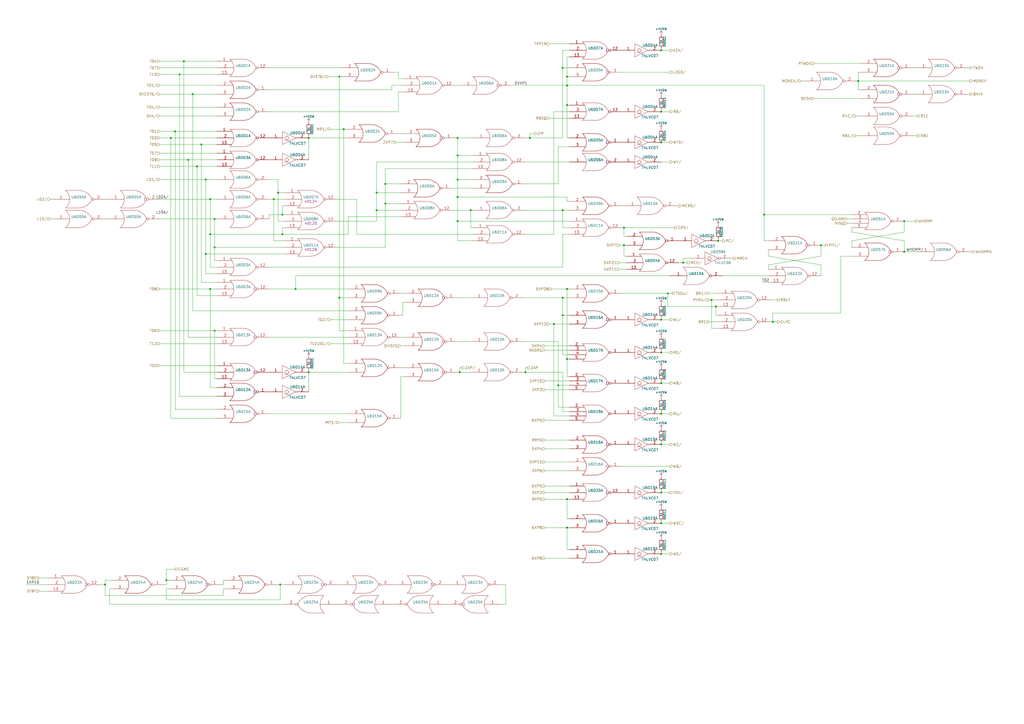
<source format=kicad_sch>
(kicad_sch (version 20211123) (generator eeschema)
  (paper "A2")
  (junction (at 96.52 336.55))
  (junction (at 109.22 92.71))
  (junction (at 524.51 146.05))
  (junction (at 223.52 106.68))
  (junction (at 383.54 82.55))
  (junction (at 448.31 186.69))
  (junction (at 265.43 128.27))
  (junction (at 307.34 80.01))
  (junction (at 383.54 321.31))
  (junction (at 304.8 215.9))
  (junction (at 497.84 46.99))
  (junction (at 266.7 215.9))
  (junction (at 124.46 191.77))
  (junction (at 396.24 152.4))
  (junction (at 114.3 96.52))
  (junction (at 443.23 124.46))
  (junction (at 163.83 135.89))
  (junction (at 328.93 44.45))
  (junction (at 273.05 121.92))
  (junction (at 383.54 285.75))
  (junction (at 383.54 240.03))
  (junction (at 60.96 339.09))
  (junction (at 383.54 303.53))
  (junction (at 326.39 39.37))
  (junction (at 328.93 167.64))
  (junction (at 119.38 104.14))
  (junction (at 179.07 80.01))
  (junction (at 323.85 223.52))
  (junction (at 218.44 121.92))
  (junction (at 121.92 135.89))
  (junction (at 179.07 215.9))
  (junction (at 328.93 208.28))
  (junction (at 163.83 124.46))
  (junction (at 383.54 204.47))
  (junction (at 218.44 111.76))
  (junction (at 265.43 104.14))
  (junction (at 387.35 170.18))
  (junction (at 265.43 114.3))
  (junction (at 361.95 132.08))
  (junction (at 116.84 83.82))
  (junction (at 119.38 147.32))
  (junction (at 161.29 111.76))
  (junction (at 416.56 139.7))
  (junction (at 101.6 76.2))
  (junction (at 383.54 64.77))
  (junction (at 328.93 289.56))
  (junction (at 412.75 173.99))
  (junction (at 99.06 80.01))
  (junction (at 383.54 29.21))
  (junction (at 124.46 143.51))
  (junction (at 415.29 177.8))
  (junction (at 326.39 182.88))
  (junction (at 199.39 74.93))
  (junction (at 223.52 118.11))
  (junction (at 196.85 44.45))
  (junction (at 321.31 187.96))
  (junction (at 328.93 60.96))
  (junction (at 524.51 128.27))
  (junction (at 121.92 167.64))
  (junction (at 265.43 90.17))
  (junction (at 124.46 127))
  (junction (at 158.75 115.57))
  (junction (at 383.54 257.81))
  (junction (at 328.93 49.53))
  (junction (at 476.25 142.24))
  (junction (at 104.14 43.18))
  (junction (at 328.93 306.07))
  (junction (at 121.92 115.57))
  (junction (at 383.54 185.42))
  (junction (at 196.85 172.72))
  (junction (at 106.68 35.56))
  (junction (at 383.54 222.25))
  (junction (at 111.76 54.61))
  (junction (at 326.39 121.92))
  (junction (at 171.45 167.64))
  (junction (at 162.56 339.09))
  (junction (at 326.39 172.72))
  (junction (at 265.43 80.01))
  (junction (at 361.95 142.24))
  (wire (pts (xy 171.45 160.02) (xy 388.62 160.02)))
  (wire (pts (xy 326.39 135.89) (xy 330.2 135.89)))
  (wire (pts (xy 396.24 152.4) (xy 398.78 152.4)))
  (wire (pts (xy 388.62 41.91) (xy 360.68 41.91)))
  (wire (pts (xy 29.21 115.57) (xy 30.48 115.57)))
  (wire (pts (xy 415.29 177.8) (xy 416.56 177.8)))
  (wire (pts (xy 121.92 154.94) (xy 125.73 154.94)))
  (wire (pts (xy 360.68 132.08) (xy 361.95 132.08)))
  (wire (pts (xy 129.54 345.44) (xy 129.54 341.63)))
  (wire (pts (xy 171.45 167.64) (xy 201.93 167.64)))
  (wire (pts (xy 99.06 242.57) (xy 125.73 242.57)))
  (wire (pts (xy 359.41 152.4) (xy 363.22 152.4)))
  (wire (pts (xy 360.68 170.18) (xy 387.35 170.18)))
  (wire (pts (xy 223.52 106.68) (xy 223.52 118.11)))
  (wire (pts (xy 218.44 93.98) (xy 274.32 93.98)))
  (wire (pts (xy 179.07 215.9) (xy 179.07 227.33)))
  (wire (pts (xy 326.39 238.76) (xy 330.2 238.76)))
  (wire (pts (xy 383.54 203.2) (xy 383.54 204.47)))
  (wire (pts (xy 179.07 80.01) (xy 179.07 92.71)))
  (wire (pts (xy 326.39 132.08) (xy 330.2 132.08)))
  (wire (pts (xy 265.43 128.27) (xy 330.2 128.27)))
  (wire (pts (xy 499.11 67.31) (xy 496.57 67.31)))
  (wire (pts (xy 383.54 321.31) (xy 388.62 321.31)))
  (wire (pts (xy 360.68 270.51) (xy 388.62 270.51)))
  (wire (pts (xy 179.07 78.74) (xy 179.07 80.01)))
  (wire (pts (xy 387.35 177.8) (xy 415.29 177.8)))
  (wire (pts (xy 234.95 200.66) (xy 232.41 200.66)))
  (wire (pts (xy 383.54 303.53) (xy 388.62 303.53)))
  (wire (pts (xy 323.85 236.22) (xy 330.2 236.22)))
  (wire (pts (xy 63.5 350.52) (xy 63.5 341.63)))
  (wire (pts (xy 227.33 49.53) (xy 233.68 49.53)))
  (wire (pts (xy 201.93 245.11) (xy 196.85 245.11)))
  (wire (pts (xy 293.37 339.09) (xy 293.37 350.52)))
  (wire (pts (xy 111.76 54.61) (xy 125.73 54.61)))
  (wire (pts (xy 163.83 124.46) (xy 165.1 124.46)))
  (wire (pts (xy 121.92 224.79) (xy 125.73 224.79)))
  (wire (pts (xy 119.38 158.75) (xy 125.73 158.75)))
  (wire (pts (xy 124.46 191.77) (xy 125.73 191.77)))
  (wire (pts (xy 125.73 212.09) (xy 92.71 212.09)))
  (wire (pts (xy 361.95 148.59) (xy 363.22 148.59)))
  (wire (pts (xy 487.68 148.59) (xy 494.03 148.59)))
  (wire (pts (xy 129.54 341.63) (xy 130.81 341.63)))
  (wire (pts (xy 227.33 52.07) (xy 227.33 49.53)))
  (wire (pts (xy 60.96 339.09) (xy 60.96 345.44)))
  (wire (pts (xy 125.73 39.37) (xy 92.71 39.37)))
  (wire (pts (xy 383.54 185.42) (xy 388.62 185.42)))
  (wire (pts (xy 218.44 93.98) (xy 218.44 111.76)))
  (wire (pts (xy 227.33 350.52) (xy 228.6 350.52)))
  (wire (pts (xy 383.54 222.25) (xy 388.62 222.25)))
  (wire (pts (xy 114.3 171.45) (xy 125.73 171.45)))
  (wire (pts (xy 524.51 134.62) (xy 494.03 139.7)))
  (wire (pts (xy 326.39 39.37) (xy 330.2 39.37)))
  (wire (pts (xy 321.31 187.96) (xy 321.31 241.3)))
  (wire (pts (xy 304.8 93.98) (xy 330.2 93.98)))
  (wire (pts (xy 92.71 96.52) (xy 114.3 96.52)))
  (wire (pts (xy 92.71 115.57) (xy 121.92 115.57)))
  (wire (pts (xy 265.43 114.3) (xy 328.93 114.3)))
  (wire (pts (xy 316.23 306.07) (xy 328.93 306.07)))
  (wire (pts (xy 60.96 336.55) (xy 64.77 336.55)))
  (wire (pts (xy 361.95 119.38) (xy 360.68 119.38)))
  (wire (pts (xy 393.7 152.4) (xy 396.24 152.4)))
  (wire (pts (xy 199.39 74.93) (xy 199.39 210.82)))
  (wire (pts (xy 201.93 240.03) (xy 156.21 240.03)))
  (wire (pts (xy 163.83 119.38) (xy 165.1 119.38)))
  (wire (pts (xy 124.46 219.71) (xy 125.73 219.71)))
  (wire (pts (xy 273.05 121.92) (xy 273.05 132.08)))
  (wire (pts (xy 383.54 238.76) (xy 383.54 240.03)))
  (wire (pts (xy 265.43 128.27) (xy 265.43 139.7)))
  (wire (pts (xy 443.23 139.7) (xy 445.77 139.7)))
  (wire (pts (xy 106.68 35.56) (xy 106.68 215.9)))
  (wire (pts (xy 361.95 142.24) (xy 361.95 148.59)))
  (wire (pts (xy 497.84 41.91) (xy 499.11 41.91)))
  (wire (pts (xy 114.3 96.52) (xy 125.73 96.52)))
  (wire (pts (xy 383.54 63.5) (xy 383.54 64.77)))
  (wire (pts (xy 445.77 148.59) (xy 445.77 144.78)))
  (wire (pts (xy 234.95 213.36) (xy 232.41 213.36)))
  (wire (pts (xy 156.21 154.94) (xy 326.39 154.94)))
  (wire (pts (xy 411.48 173.99) (xy 412.75 173.99)))
  (wire (pts (xy 99.06 80.01) (xy 125.73 80.01)))
  (wire (pts (xy 264.16 80.01) (xy 265.43 80.01)))
  (wire (pts (xy 562.61 146.05) (xy 563.88 146.05)))
  (wire (pts (xy 163.83 135.89) (xy 201.93 135.89)))
  (wire (pts (xy 266.7 215.9) (xy 266.7 213.36)))
  (wire (pts (xy 163.83 132.08) (xy 163.83 135.89)))
  (wire (pts (xy 304.8 215.9) (xy 304.8 213.36)))
  (wire (pts (xy 383.54 184.15) (xy 383.54 185.42)))
  (wire (pts (xy 92.71 167.64) (xy 121.92 167.64)))
  (wire (pts (xy 125.73 199.39) (xy 92.71 199.39)))
  (wire (pts (xy 116.84 163.83) (xy 125.73 163.83)))
  (wire (pts (xy 265.43 114.3) (xy 265.43 128.27)))
  (wire (pts (xy 561.34 54.61) (xy 562.61 54.61)))
  (wire (pts (xy 165.1 350.52) (xy 63.5 350.52)))
  (wire (pts (xy 232.41 170.18) (xy 234.95 170.18)))
  (wire (pts (xy 328.93 208.28) (xy 330.2 208.28)))
  (wire (pts (xy 218.44 111.76) (xy 218.44 121.92)))
  (wire (pts (xy 124.46 127) (xy 125.73 127)))
  (wire (pts (xy 293.37 350.52) (xy 290.83 350.52)))
  (wire (pts (xy 321.31 241.3) (xy 330.2 241.3)))
  (wire (pts (xy 497.84 41.91) (xy 497.84 46.99)))
  (wire (pts (xy 476.25 142.24) (xy 476.25 148.59)))
  (wire (pts (xy 101.6 237.49) (xy 125.73 237.49)))
  (wire (pts (xy 92.71 88.9) (xy 125.73 88.9)))
  (wire (pts (xy 529.59 54.61) (xy 530.86 54.61)))
  (wire (pts (xy 92.71 80.01) (xy 99.06 80.01)))
  (wire (pts (xy 524.51 146.05) (xy 524.51 139.7)))
  (wire (pts (xy 328.93 114.3) (xy 328.93 116.84)))
  (wire (pts (xy 328.93 60.96) (xy 328.93 80.01)))
  (wire (pts (xy 116.84 83.82) (xy 125.73 83.82)))
  (wire (pts (xy 109.22 92.71) (xy 125.73 92.71)))
  (wire (pts (xy 265.43 80.01) (xy 265.43 90.17)))
  (wire (pts (xy 223.52 143.51) (xy 195.58 143.51)))
  (wire (pts (xy 419.1 160.02) (xy 445.77 160.02)))
  (wire (pts (xy 266.7 215.9) (xy 273.05 215.9)))
  (wire (pts (xy 156.21 124.46) (xy 163.83 124.46)))
  (wire (pts (xy 274.32 90.17) (xy 265.43 90.17)))
  (wire (pts (xy 328.93 116.84) (xy 330.2 116.84)))
  (wire (pts (xy 161.29 111.76) (xy 161.29 128.27)))
  (wire (pts (xy 330.2 220.98) (xy 316.23 220.98)))
  (wire (pts (xy 326.39 182.88) (xy 326.39 205.74)))
  (wire (pts (xy 223.52 118.11) (xy 223.52 143.51)))
  (wire (pts (xy 304.8 215.9) (xy 326.39 215.9)))
  (wire (pts (xy 232.41 242.57) (xy 232.41 218.44)))
  (wire (pts (xy 232.41 195.58) (xy 234.95 195.58)))
  (wire (pts (xy 104.14 43.18) (xy 104.14 229.87)))
  (wire (pts (xy 383.54 257.81) (xy 388.62 257.81)))
  (wire (pts (xy 290.83 339.09) (xy 293.37 339.09)))
  (wire (pts (xy 195.58 350.52) (xy 196.85 350.52)))
  (wire (pts (xy 494.03 139.7) (xy 494.03 143.51)))
  (wire (pts (xy 448.31 186.69) (xy 448.31 181.61)))
  (wire (pts (xy 561.34 39.37) (xy 562.61 39.37)))
  (wire (pts (xy 111.76 180.34) (xy 201.93 180.34)))
  (wire (pts (xy 92.71 49.53) (xy 125.73 49.53)))
  (wire (pts (xy 165.1 143.51) (xy 124.46 143.51)))
  (wire (pts (xy 361.95 137.16) (xy 361.95 132.08)))
  (wire (pts (xy 162.56 339.09) (xy 165.1 339.09)))
  (wire (pts (xy 321.31 135.89) (xy 321.31 64.77)))
  (wire (pts (xy 114.3 96.52) (xy 114.3 171.45)))
  (wire (pts (xy 27.94 335.28) (xy 22.86 335.28)))
  (wire (pts (xy 304.8 135.89) (xy 321.31 135.89)))
  (wire (pts (xy 92.71 62.23) (xy 125.73 62.23)))
  (wire (pts (xy 179.07 214.63) (xy 179.07 215.9)))
  (wire (pts (xy 326.39 172.72) (xy 330.2 172.72)))
  (wire (pts (xy 156.21 167.64) (xy 171.45 167.64)))
  (wire (pts (xy 524.51 128.27) (xy 524.51 134.62)))
  (wire (pts (xy 443.23 124.46) (xy 443.23 139.7)))
  (wire (pts (xy 92.71 35.56) (xy 106.68 35.56)))
  (wire (pts (xy 323.85 223.52) (xy 330.2 223.52)))
  (wire (pts (xy 487.68 181.61) (xy 487.68 148.59)))
  (wire (pts (xy 265.43 80.01) (xy 274.32 80.01)))
  (wire (pts (xy 412.75 173.99) (xy 412.75 190.5)))
  (wire (pts (xy 326.39 172.72) (xy 326.39 182.88)))
  (wire (pts (xy 326.39 29.21) (xy 326.39 39.37)))
  (wire (pts (xy 128.27 339.09) (xy 129.54 339.09)))
  (wire (pts (xy 330.2 318.77) (xy 328.93 318.77)))
  (wire (pts (xy 448.31 181.61) (xy 487.68 181.61)))
  (wire (pts (xy 318.77 187.96) (xy 321.31 187.96)))
  (wire (pts (xy 124.46 151.13) (xy 125.73 151.13)))
  (wire (pts (xy 196.85 172.72) (xy 196.85 191.77)))
  (wire (pts (xy 156.21 64.77) (xy 231.14 64.77)))
  (wire (pts (xy 330.2 200.66) (xy 316.23 200.66)))
  (wire (pts (xy 330.2 267.97) (xy 316.23 267.97)))
  (wire (pts (xy 328.93 49.53) (xy 328.93 60.96)))
  (wire (pts (xy 190.5 44.45) (xy 196.85 44.45)))
  (wire (pts (xy 121.92 115.57) (xy 125.73 115.57)))
  (wire (pts (xy 259.08 350.52) (xy 260.35 350.52)))
  (wire (pts (xy 129.54 336.55) (xy 130.81 336.55)))
  (wire (pts (xy 416.56 139.7) (xy 419.1 139.7)))
  (wire (pts (xy 330.2 281.94) (xy 316.23 281.94)))
  (wire (pts (xy 412.75 173.99) (xy 416.56 173.99)))
  (wire (pts (xy 415.29 182.88) (xy 416.56 182.88)))
  (wire (pts (xy 229.87 82.55) (xy 233.68 82.55)))
  (wire (pts (xy 326.39 154.94) (xy 326.39 135.89)))
  (wire (pts (xy 233.68 182.88) (xy 233.68 175.26)))
  (wire (pts (xy 116.84 83.82) (xy 116.84 163.83)))
  (wire (pts (xy 411.48 170.18) (xy 416.56 170.18)))
  (wire (pts (xy 104.14 43.18) (xy 125.73 43.18)))
  (wire (pts (xy 156.21 115.57) (xy 158.75 115.57)))
  (wire (pts (xy 218.44 111.76) (xy 232.41 111.76)))
  (wire (pts (xy 330.2 260.35) (xy 316.23 260.35)))
  (wire (pts (xy 121.92 115.57) (xy 121.92 135.89)))
  (wire (pts (xy 232.41 182.88) (xy 233.68 182.88)))
  (wire (pts (xy 387.35 170.18) (xy 389.89 170.18)))
  (wire (pts (xy 383.54 93.98) (xy 388.62 93.98)))
  (wire (pts (xy 109.22 92.71) (xy 109.22 195.58)))
  (wire (pts (xy 328.93 306.07) (xy 330.2 306.07)))
  (wire (pts (xy 199.39 210.82) (xy 201.93 210.82)))
  (wire (pts (xy 207.01 135.89) (xy 274.32 135.89)))
  (wire (pts (xy 392.43 119.38) (xy 393.7 119.38)))
  (wire (pts (xy 323.85 85.09) (xy 330.2 85.09)))
  (wire (pts (xy 476.25 160.02) (xy 476.25 153.67)))
  (wire (pts (xy 497.84 52.07) (xy 499.11 52.07)))
  (wire (pts (xy 223.52 97.79) (xy 274.32 97.79)))
  (wire (pts (xy 99.06 80.01) (xy 99.06 242.57)))
  (wire (pts (xy 106.68 215.9) (xy 125.73 215.9)))
  (wire (pts (xy 297.18 49.53) (xy 328.93 49.53)))
  (wire (pts (xy 387.35 170.18) (xy 387.35 177.8)))
  (wire (pts (xy 92.71 76.2) (xy 101.6 76.2)))
  (wire (pts (xy 323.85 198.12) (xy 323.85 223.52)))
  (wire (pts (xy 443.23 49.53) (xy 443.23 124.46)))
  (wire (pts (xy 259.08 339.09) (xy 260.35 339.09)))
  (wire (pts (xy 323.85 106.68) (xy 323.85 85.09)))
  (wire (pts (xy 524.51 128.27) (xy 530.86 128.27)))
  (wire (pts (xy 491.49 129.54) (xy 494.03 129.54)))
  (wire (pts (xy 223.52 97.79) (xy 223.52 106.68)))
  (wire (pts (xy 163.83 124.46) (xy 163.83 119.38)))
  (wire (pts (xy 228.6 41.91) (xy 231.14 41.91)))
  (wire (pts (xy 231.14 45.72) (xy 233.68 45.72)))
  (wire (pts (xy 92.71 127) (xy 124.46 127)))
  (wire (pts (xy 330.2 323.85) (xy 316.23 323.85)))
  (wire (pts (xy 262.89 109.22) (xy 274.32 109.22)))
  (wire (pts (xy 196.85 44.45) (xy 198.12 44.45)))
  (wire (pts (xy 273.05 121.92) (xy 274.32 121.92)))
  (wire (pts (xy 316.23 289.56) (xy 328.93 289.56)))
  (wire (pts (xy 330.2 25.4) (xy 318.77 25.4)))
  (wire (pts (xy 307.34 80.01) (xy 307.34 77.47)))
  (wire (pts (xy 129.54 339.09) (xy 129.54 336.55)))
  (wire (pts (xy 326.39 205.74) (xy 330.2 205.74)))
  (wire (pts (xy 158.75 139.7) (xy 165.1 139.7)))
  (wire (pts (xy 303.53 172.72) (xy 326.39 172.72)))
  (wire (pts (xy 383.54 29.21) (xy 388.62 29.21)))
  (wire (pts (xy 119.38 104.14) (xy 119.38 147.32)))
  (wire (pts (xy 60.96 345.44) (xy 129.54 345.44)))
  (wire (pts (xy 92.71 104.14) (xy 119.38 104.14)))
  (wire (pts (xy 530.86 39.37) (xy 529.59 39.37)))
  (wire (pts (xy 323.85 223.52) (xy 323.85 236.22)))
  (wire (pts (xy 383.54 256.54) (xy 383.54 257.81)))
  (wire (pts (xy 396.24 149.86) (xy 396.24 152.4)))
  (wire (pts (xy 494.03 134.62) (xy 494.03 132.08)))
  (wire (pts (xy 124.46 143.51) (xy 124.46 151.13)))
  (wire (pts (xy 92.71 191.77) (xy 124.46 191.77)))
  (wire (pts (xy 207.01 115.57) (xy 207.01 135.89)))
  (wire (pts (xy 273.05 132.08) (xy 274.32 132.08)))
  (wire (pts (xy 119.38 147.32) (xy 119.38 158.75)))
  (wire (pts (xy 383.54 204.47) (xy 388.62 204.47)))
  (wire (pts (xy 307.34 80.01) (xy 304.8 80.01)))
  (wire (pts (xy 359.41 156.21) (xy 363.22 156.21)))
  (wire (pts (xy 196.85 191.77) (xy 201.93 191.77)))
  (wire (pts (xy 321.31 187.96) (xy 330.2 187.96)))
  (wire (pts (xy 156.21 127) (xy 156.21 124.46)))
  (wire (pts (xy 304.8 213.36) (xy 306.07 213.36)))
  (wire (pts (xy 532.13 78.74) (xy 529.59 78.74)))
  (wire (pts (xy 320.04 167.64) (xy 328.93 167.64)))
  (wire (pts (xy 266.7 213.36) (xy 267.97 213.36)))
  (wire (pts (xy 401.32 149.86) (xy 396.24 149.86)))
  (wire (pts (xy 121.92 135.89) (xy 121.92 154.94)))
  (wire (pts (xy 156.21 195.58) (xy 201.93 195.58)))
  (wire (pts (xy 92.71 43.18) (xy 104.14 43.18)))
  (wire (pts (xy 326.39 182.88) (xy 330.2 182.88)))
  (wire (pts (xy 195.58 115.57) (xy 207.01 115.57)))
  (wire (pts (xy 330.2 285.75) (xy 316.23 285.75)))
  (wire (pts (xy 383.54 64.77) (xy 388.62 64.77)))
  (wire (pts (xy 121.92 167.64) (xy 121.92 224.79)))
  (wire (pts (xy 326.39 29.21) (xy 330.2 29.21)))
  (wire (pts (xy 328.93 33.02) (xy 330.2 33.02)))
  (wire (pts (xy 497.84 46.99) (xy 562.61 46.99)))
  (wire (pts (xy 303.53 198.12) (xy 323.85 198.12)))
  (wire (pts (xy 383.54 285.75) (xy 388.62 285.75)))
  (wire (pts (xy 161.29 128.27) (xy 165.1 128.27)))
  (wire (pts (xy 96.52 336.55) (xy 96.52 339.09)))
  (wire (pts (xy 265.43 104.14) (xy 274.32 104.14)))
  (wire (pts (xy 321.31 64.77) (xy 330.2 64.77)))
  (wire (pts (xy 445.77 153.67) (xy 445.77 156.21)))
  (wire (pts (xy 383.54 220.98) (xy 383.54 222.25)))
  (wire (pts (xy 363.22 137.16) (xy 361.95 137.16)))
  (wire (pts (xy 326.39 121.92) (xy 330.2 121.92)))
  (wire (pts (xy 218.44 128.27) (xy 195.58 128.27)))
  (wire (pts (xy 328.93 60.96) (xy 330.2 60.96)))
  (wire (pts (xy 273.05 172.72) (xy 265.43 172.72)))
  (wire (pts (xy 383.54 302.26) (xy 383.54 303.53)))
  (wire (pts (xy 63.5 341.63) (xy 64.77 341.63)))
  (wire (pts (xy 231.14 77.47) (xy 233.68 77.47)))
  (wire (pts (xy 529.59 67.31) (xy 532.13 67.31)))
  (wire (pts (xy 359.41 142.24) (xy 361.95 142.24)))
  (wire (pts (xy 265.43 139.7) (xy 274.32 139.7)))
  (wire (pts (xy 121.92 167.64) (xy 125.73 167.64)))
  (wire (pts (xy 231.14 53.34) (xy 233.68 53.34)))
  (wire (pts (xy 179.07 80.01) (xy 200.66 80.01)))
  (wire (pts (xy 223.52 118.11) (xy 232.41 118.11)))
  (wire (pts (xy 330.2 226.06) (xy 316.23 226.06)))
  (wire (pts (xy 476.25 148.59) (xy 445.77 153.67)))
  (wire (pts (xy 60.96 115.57) (xy 62.23 115.57)))
  (wire (pts (xy 416.56 186.69) (xy 411.48 186.69)))
  (wire (pts (xy 328.93 318.77) (xy 328.93 306.07)))
  (wire (pts (xy 273.05 198.12) (xy 265.43 198.12)))
  (wire (pts (xy 101.6 76.2) (xy 125.73 76.2)))
  (wire (pts (xy 233.68 175.26) (xy 234.95 175.26)))
  (wire (pts (xy 361.95 142.24) (xy 363.22 142.24)))
  (wire (pts (xy 201.93 125.73) (xy 232.41 125.73)))
  (wire (pts (xy 447.04 186.69) (xy 448.31 186.69)))
  (wire (pts (xy 328.93 80.01) (xy 330.2 80.01)))
  (wire (pts (xy 231.14 64.77) (xy 231.14 53.34)))
  (wire (pts (xy 101.6 76.2) (xy 101.6 237.49)))
  (wire (pts (xy 158.75 115.57) (xy 158.75 139.7)))
  (wire (pts (xy 448.31 186.69) (xy 450.85 186.69)))
  (wire (pts (xy 60.96 336.55) (xy 60.96 339.09)))
  (wire (pts (xy 265.43 215.9) (xy 266.7 215.9)))
  (wire (pts (xy 262.89 121.92) (xy 273.05 121.92)))
  (wire (pts (xy 158.75 115.57) (xy 165.1 115.57)))
  (wire (pts (xy 326.39 80.01) (xy 307.34 80.01)))
  (wire (pts (xy 524.51 139.7) (xy 494.03 134.62)))
  (wire (pts (xy 412.75 190.5) (xy 416.56 190.5)))
  (wire (pts (xy 162.56 347.98) (xy 162.56 339.09)))
  (wire (pts (xy 447.04 173.99) (xy 450.85 173.99)))
  (wire (pts (xy 494.03 124.46) (xy 443.23 124.46)))
  (wire (pts (xy 196.85 172.72) (xy 201.93 172.72)))
  (wire (pts (xy 179.07 215.9) (xy 201.93 215.9)))
  (wire (pts (xy 328.93 300.99) (xy 328.93 289.56)))
  (wire (pts (xy 383.54 320.04) (xy 383.54 321.31)))
  (wire (pts (xy 124.46 191.77) (xy 124.46 219.71)))
  (wire (pts (xy 58.42 339.09) (xy 60.96 339.09)))
  (wire (pts (xy 304.8 106.68) (xy 323.85 106.68)))
  (wire (pts (xy 232.41 218.44) (xy 234.95 218.44)))
  (wire (pts (xy 29.21 127) (xy 30.48 127)))
  (wire (pts (xy 330.2 273.05) (xy 316.23 273.05)))
  (wire (pts (xy 330.2 68.58) (xy 318.77 68.58)))
  (wire (pts (xy 191.77 74.93) (xy 199.39 74.93)))
  (wire (pts (xy 326.39 215.9) (xy 326.39 238.76)))
  (wire (pts (xy 201.93 135.89) (xy 201.93 125.73)))
  (wire (pts (xy 196.85 44.45) (xy 196.85 172.72)))
  (wire (pts (xy 330.2 255.27) (xy 316.23 255.27)))
  (wire (pts (xy 476.25 142.24) (xy 478.79 142.24)))
  (wire (pts (xy 156.21 104.14) (xy 161.29 104.14)))
  (wire (pts (xy 328.93 44.45) (xy 328.93 49.53)))
  (wire (pts (xy 328.93 44.45) (xy 330.2 44.45)))
  (wire (pts (xy 326.39 39.37) (xy 326.39 80.01)))
  (wire (pts (xy 328.93 167.64) (xy 328.93 208.28)))
  (wire (pts (xy 96.52 339.09) (xy 95.25 339.09)))
  (wire (pts (xy 476.25 153.67) (xy 445.77 148.59)))
  (wire (pts (xy 96.52 330.2) (xy 96.52 336.55)))
  (wire (pts (xy 265.43 104.14) (xy 265.43 114.3)))
  (wire (pts (xy 445.77 163.83) (xy 441.96 163.83)))
  (wire (pts (xy 524.51 146.05) (xy 532.13 146.05)))
  (wire (pts (xy 161.29 111.76) (xy 165.1 111.76)))
  (wire (pts (xy 231.14 41.91) (xy 231.14 45.72)))
  (wire (pts (xy 161.29 339.09) (xy 162.56 339.09)))
  (wire (pts (xy 195.58 339.09) (xy 196.85 339.09)))
  (wire (pts (xy 92.71 67.31) (xy 125.73 67.31)))
  (wire (pts (xy 466.09 46.99) (xy 464.82 46.99)))
  (wire (pts (xy 124.46 127) (xy 124.46 143.51)))
  (wire (pts (xy 330.2 243.84) (xy 316.23 243.84)))
  (wire (pts (xy 97.79 341.63) (xy 96.52 341.63)))
  (wire (pts (xy 218.44 121.92) (xy 218.44 128.27)))
  (wire (pts (xy 383.54 27.94) (xy 383.54 29.21)))
  (wire (pts (xy 491.49 127) (xy 494.03 127)))
  (wire (pts (xy 328.93 167.64) (xy 330.2 167.64)))
  (wire (pts (xy 60.96 127) (xy 62.23 127)))
  (wire (pts (xy 104.14 229.87) (xy 125.73 229.87)))
  (wire (pts (xy 92.71 54.61) (xy 111.76 54.61)))
  (wire (pts (xy 96.52 336.55) (xy 97.79 336.55)))
  (wire (pts (xy 156.21 39.37) (xy 198.12 39.37)))
  (wire (pts (xy 326.39 121.92) (xy 326.39 132.08)))
  (wire (pts (xy 330.2 203.2) (xy 316.23 203.2)))
  (wire (pts (xy 328.93 208.28) (xy 328.93 218.44)))
  (wire (pts (xy 328.93 289.56) (xy 330.2 289.56)))
  (wire (pts (xy 361.95 132.08) (xy 391.16 132.08)))
  (wire (pts (xy 199.39 74.93) (xy 200.66 74.93)))
  (wire (pts (xy 264.16 49.53) (xy 266.7 49.53)))
  (wire (pts (xy 27.94 339.09) (xy 15.24 339.09)))
  (wire (pts (xy 383.54 82.55) (xy 388.62 82.55)))
  (wire (pts (xy 96.52 347.98) (xy 162.56 347.98)))
  (wire (pts (xy 499.11 57.15) (xy 472.44 57.15)))
  (wire (pts (xy 328.93 218.44) (xy 330.2 218.44)))
  (wire (pts (xy 119.38 104.14) (xy 125.73 104.14)))
  (wire (pts (xy 330.2 300.99) (xy 328.93 300.99)))
  (wire (pts (xy 201.93 185.42) (xy 191.77 185.42)))
  (wire (pts (xy 92.71 83.82) (xy 116.84 83.82)))
  (wire (pts (xy 223.52 106.68) (xy 232.41 106.68)))
  (wire (pts (xy 416.56 138.43) (xy 416.56 139.7)))
  (wire (pts (xy 328.93 49.53) (xy 443.23 49.53)))
  (wire (pts (xy 415.29 177.8) (xy 415.29 182.88)))
  (wire (pts (xy 92.71 92.71) (xy 109.22 92.71)))
  (wire (pts (xy 383.54 284.48) (xy 383.54 285.75)))
  (wire (pts (xy 111.76 54.61) (xy 111.76 180.34)))
  (wire (pts (xy 499.11 36.83) (xy 472.44 36.83)))
  (wire (pts (xy 227.33 339.09) (xy 228.6 339.09)))
  (wire (pts (xy 109.22 195.58) (xy 125.73 195.58)))
  (wire (pts (xy 497.84 46.99) (xy 497.84 52.07)))
  (wire (pts (xy 304.8 121.92) (xy 326.39 121.92)))
  (wire (pts (xy 121.92 135.89) (xy 163.83 135.89)))
  (wire (pts (xy 163.83 132.08) (xy 165.1 132.08)))
  (wire (pts (xy 96.52 330.2) (xy 101.6 330.2)))
  (wire (pts (xy 328.93 33.02) (xy 328.93 44.45)))
  (wire (pts (xy 201.93 199.39) (xy 191.77 199.39)))
  (wire (pts (xy 303.53 215.9) (xy 304.8 215.9)))
  (wire (pts (xy 27.94 342.9) (xy 22.86 342.9)))
  (wire (pts (xy 161.29 104.14) (xy 161.29 111.76)))
  (wire (pts (xy 265.43 90.17) (xy 265.43 104.14)))
  (wire (pts (xy 425.45 149.86) (xy 424.18 149.86)))
  (wire (pts (xy 165.1 147.32) (xy 119.38 147.32)))
  (wire (pts (xy 96.52 341.63) (xy 96.52 347.98)))
  (wire (pts (xy 383.54 240.03) (xy 388.62 240.03)))
  (wire (pts (xy 496.57 46.99) (xy 497.84 46.99)))
  (wire (pts (xy 171.45 167.64) (xy 171.45 160.02)))
  (wire (pts (xy 499.11 78.74) (xy 496.57 78.74)))
  (wire (pts (xy 218.44 121.92) (xy 232.41 121.92)))
  (wire (pts (xy 156.21 52.07) (xy 227.33 52.07)))
  (wire (pts (xy 307.34 77.47) (xy 309.88 77.47)))
  (wire (pts (xy 106.68 35.56) (xy 125.73 35.56)))
  (label "WHOMP/" (at 525.78 146.05 0) (effects (font (size 1.524 1.524))))
  (label "1XP10" (at 15.24 339.09 0) (effects (font (size 1.524 1.524))))
  (label "T02" (at 441.96 163.83 0) (effects (font (size 1.524 1.524))))
  (label "DVXP1" (at 298.45 49.53 0) (effects (font (size 1.524 1.524))))
  (label "L02A/" (at 97.79 115.57 180) (effects (font (size 1.524 1.524))))
  (label "L15A/" (at 97.79 124.46 180) (effects (font (size 1.524 1.524))))
  (hierarchical_label "6XP5" (shape input) (at 316.23 281.94 180) (effects (font (size 1.524 1.524))))
  (hierarchical_label "6XP5" (shape input) (at 316.23 243.84 180) (effects (font (size 1.524 1.524))))
  (hierarchical_label "MP1/" (shape input) (at 191.77 74.93 180) (effects (font (size 1.524 1.524))))
  (hierarchical_label "RB/" (shape output) (at 388.62 64.77 0) (effects (font (size 1.524 1.524))))
  (hierarchical_label "ZAP/" (shape output) (at 267.97 213.36 0) (effects (font (size 1.524 1.524))))
  (hierarchical_label "3XP7" (shape input) (at 359.41 142.24 180) (effects (font (size 1.524 1.524))))
  (hierarchical_label "PIFL/" (shape output) (at 478.79 142.24 0) (effects (font (size 1.524 1.524))))
  (hierarchical_label "CLXC" (shape output) (at 450.85 186.69 0) (effects (font (size 1.524 1.524))))
  (hierarchical_label "WZ/" (shape output) (at 388.62 257.81 0) (effects (font (size 1.524 1.524))))
  (hierarchical_label "5XP12" (shape input) (at 318.77 187.96 180) (effects (font (size 1.524 1.524))))
  (hierarchical_label "BXVX" (shape output) (at 562.61 54.61 0) (effects (font (size 1.524 1.524))))
  (hierarchical_label "T04" (shape input) (at 92.71 35.56 180) (effects (font (size 1.524 1.524))))
  (hierarchical_label "T07" (shape input) (at 92.71 39.37 180) (effects (font (size 1.524 1.524))))
  (hierarchical_label "RB1" (shape output) (at 532.13 78.74 0) (effects (font (size 1.524 1.524))))
  (hierarchical_label "T07" (shape input) (at 92.71 88.9 180) (effects (font (size 1.524 1.524))))
  (hierarchical_label "5XP15" (shape input) (at 316.23 267.97 180) (effects (font (size 1.524 1.524))))
  (hierarchical_label "5XP4" (shape input) (at 316.23 200.66 180) (effects (font (size 1.524 1.524))))
  (hierarchical_label "4XP11" (shape input) (at 359.41 156.21 180) (effects (font (size 1.524 1.524))))
  (hierarchical_label "T05" (shape input) (at 92.71 83.82 180) (effects (font (size 1.524 1.524))))
  (hierarchical_label "DV376/" (shape input) (at 190.5 44.45 180) (effects (font (size 1.524 1.524))))
  (hierarchical_label "L02/" (shape input) (at 29.21 115.57 180) (effects (font (size 1.524 1.524))))
  (hierarchical_label "RC/" (shape output) (at 419.1 139.7 0) (effects (font (size 1.524 1.524))))
  (hierarchical_label "PTWOX" (shape input) (at 472.44 36.83 180) (effects (font (size 1.524 1.524))))
  (hierarchical_label "STBE" (shape input) (at 22.86 335.28 180) (effects (font (size 1.524 1.524))))
  (hierarchical_label "DV4/" (shape input) (at 92.71 67.31 180) (effects (font (size 1.524 1.524))))
  (hierarchical_label "RCH/" (shape output) (at 398.78 152.4 0) (effects (font (size 1.524 1.524))))
  (hierarchical_label "WYD/" (shape output) (at 388.62 82.55 0) (effects (font (size 1.524 1.524))))
  (hierarchical_label "RU/" (shape output) (at 388.62 240.03 0) (effects (font (size 1.524 1.524))))
  (hierarchical_label "T12USE/" (shape input) (at 191.77 199.39 180) (effects (font (size 1.524 1.524))))
  (hierarchical_label "T10" (shape input) (at 92.71 43.18 180) (effects (font (size 1.524 1.524))))
  (hierarchical_label "3XP6" (shape input) (at 316.23 273.05 180) (effects (font (size 1.524 1.524))))
  (hierarchical_label "9XP5" (shape input) (at 316.23 289.56 180) (effects (font (size 1.524 1.524))))
  (hierarchical_label "6XP8" (shape input) (at 316.23 306.07 180) (effects (font (size 1.524 1.524))))
  (hierarchical_label "WHOMP" (shape output) (at 530.86 128.27 0) (effects (font (size 1.524 1.524))))
  (hierarchical_label "TOV/" (shape output) (at 388.62 285.75 0) (effects (font (size 1.524 1.524))))
  (hierarchical_label "RRPA" (shape input) (at 316.23 255.27 180) (effects (font (size 1.524 1.524))))
  (hierarchical_label "MONEX/" (shape input) (at 464.82 46.99 180) (effects (font (size 1.524 1.524))))
  (hierarchical_label "6XP8" (shape input) (at 316.23 323.85 180) (effects (font (size 1.524 1.524))))
  (hierarchical_label "L01/" (shape input) (at 92.71 104.14 180) (effects (font (size 1.524 1.524))))
  (hierarchical_label "WSC/" (shape output) (at 388.62 303.53 0) (effects (font (size 1.524 1.524))))
  (hierarchical_label "5XP21" (shape input) (at 359.41 152.4 180) (effects (font (size 1.524 1.524))))
  (hierarchical_label "WY/" (shape output) (at 388.62 93.98 0) (effects (font (size 1.524 1.524))))
  (hierarchical_label "RG/" (shape output) (at 388.62 204.47 0) (effects (font (size 1.524 1.524))))
  (hierarchical_label "NISQ" (shape input) (at 491.49 129.54 180) (effects (font (size 1.524 1.524))))
  (hierarchical_label "5XP4" (shape input) (at 316.23 260.35 180) (effects (font (size 1.524 1.524))))
  (hierarchical_label "BR1" (shape input) (at 411.48 186.69 180) (effects (font (size 1.524 1.524))))
  (hierarchical_label "WB/" (shape output) (at 388.62 222.25 0) (effects (font (size 1.524 1.524))))
  (hierarchical_label "T12" (shape input) (at 92.71 199.39 180) (effects (font (size 1.524 1.524))))
  (hierarchical_label "MCRO/" (shape output) (at 393.7 119.38 0) (effects (font (size 1.524 1.524))))
  (hierarchical_label "CGMC" (shape output) (at 101.6 330.2 0) (effects (font (size 1.524 1.524))))
  (hierarchical_label "2XP3" (shape input) (at 316.23 226.06 180) (effects (font (size 1.524 1.524))))
  (hierarchical_label "RADRG" (shape input) (at 316.23 203.2 180) (effects (font (size 1.524 1.524))))
  (hierarchical_label "R1C" (shape output) (at 532.13 67.31 0) (effects (font (size 1.524 1.524))))
  (hierarchical_label "L15/" (shape input) (at 29.21 127 180) (effects (font (size 1.524 1.524))))
  (hierarchical_label "STBF" (shape input) (at 22.86 342.9 180) (effects (font (size 1.524 1.524))))
  (hierarchical_label "ZIP" (shape output) (at 309.88 77.47 0) (effects (font (size 1.524 1.524))))
  (hierarchical_label "5XP28" (shape input) (at 320.04 167.64 180) (effects (font (size 1.524 1.524))))
  (hierarchical_label "RB1F" (shape output) (at 450.85 173.99 0) (effects (font (size 1.524 1.524))))
  (hierarchical_label "T03" (shape input) (at 92.71 80.01 180) (effects (font (size 1.524 1.524))))
  (hierarchical_label "MP3/" (shape input) (at 196.85 245.11 180) (effects (font (size 1.524 1.524))))
  (hierarchical_label "ZAP" (shape output) (at 306.07 213.36 0) (effects (font (size 1.524 1.524))))
  (hierarchical_label "DV1376/" (shape input) (at 92.71 54.61 180) (effects (font (size 1.524 1.524))))
  (hierarchical_label "T01/" (shape input) (at 92.71 49.53 180) (effects (font (size 1.524 1.524))))
  (hierarchical_label "T09" (shape input) (at 92.71 92.71 180) (effects (font (size 1.524 1.524))))
  (hierarchical_label "7XP19" (shape input) (at 318.77 25.4 180) (effects (font (size 1.524 1.524))))
  (hierarchical_label "R1C/" (shape input) (at 496.57 67.31 180) (effects (font (size 1.524 1.524))))
  (hierarchical_label "RBSQ" (shape input) (at 318.77 68.58 180) (effects (font (size 1.524 1.524))))
  (hierarchical_label "MRCH" (shape output) (at 425.45 149.86 0) (effects (font (size 1.524 1.524))))
  (hierarchical_label "L2GD/" (shape output) (at 388.62 41.91 0) (effects (font (size 1.524 1.524))))
  (hierarchical_label "PHS4/" (shape input) (at 411.48 173.99 180) (effects (font (size 1.524 1.524))))
  (hierarchical_label "WG/" (shape output) (at 388.62 321.31 0) (effects (font (size 1.524 1.524))))
  (hierarchical_label "DIVSTG" (shape input) (at 232.41 200.66 180) (effects (font (size 1.524 1.524))))
  (hierarchical_label "T02/" (shape input) (at 191.77 185.42 180) (effects (font (size 1.524 1.524))))
  (hierarchical_label "RB1/" (shape input) (at 496.57 78.74 180) (effects (font (size 1.524 1.524))))
  (hierarchical_label "T04/" (shape input) (at 92.71 62.23 180) (effects (font (size 1.524 1.524))))
  (hierarchical_label "T11" (shape input) (at 92.71 96.52 180) (effects (font (size 1.524 1.524))))
  (hierarchical_label "B15X" (shape input) (at 472.44 57.15 180) (effects (font (size 1.524 1.524))))
  (hierarchical_label "A2X/" (shape output) (at 388.62 29.21 0) (effects (font (size 1.524 1.524))))
  (hierarchical_label "T02" (shape input) (at 92.71 212.09 180) (effects (font (size 1.524 1.524))))
  (hierarchical_label "MONEX" (shape output) (at 562.61 46.99 0) (effects (font (size 1.524 1.524))))
  (hierarchical_label "WHOMPA" (shape output) (at 563.88 146.05 0) (effects (font (size 1.524 1.524))))
  (hierarchical_label "WQ/" (shape output) (at 388.62 270.51 0) (effects (font (size 1.524 1.524))))
  (hierarchical_label "TSGU/" (shape output) (at 389.89 170.18 0) (effects (font (size 1.524 1.524))))
  (hierarchical_label "3XP2" (shape input) (at 316.23 285.75 180) (effects (font (size 1.524 1.524))))
  (hierarchical_label "1XP10" (shape input) (at 316.23 220.98 180) (effects (font (size 1.524 1.524))))
  (hierarchical_label "T06" (shape input) (at 92.71 191.77 180) (effects (font (size 1.524 1.524))))
  (hierarchical_label "ZIPCI" (shape output) (at 391.16 132.08 0) (effects (font (size 1.524 1.524))))
  (hierarchical_label "TWOX" (shape output) (at 562.61 39.37 0) (effects (font (size 1.524 1.524))))
  (hierarchical_label "WL/" (shape output) (at 388.62 185.42 0) (effects (font (size 1.524 1.524))))
  (hierarchical_label "2XP7" (shape input) (at 229.87 82.55 180) (effects (font (size 1.524 1.524))))
  (hierarchical_label "T01" (shape input) (at 92.71 76.2 180) (effects (font (size 1.524 1.524))))
  (hierarchical_label "T08" (shape input) (at 92.71 167.64 180) (effects (font (size 1.524 1.524))))
  (hierarchical_label "GOJAM" (shape input) (at 491.49 127 180) (effects (font (size 1.524 1.524))))
  (hierarchical_label "BR1/" (shape input) (at 411.48 170.18 180) (effects (font (size 1.524 1.524))))
  (symbol (lib_id "agc_kicad_components:74HC27") (at 140.97 39.37 0)
    (property "Reference" "U6001" (at 140.97 38.1 0) (effects (font (size 1.524 1.524))))
    (property "Value" "74HC27" (effects hide))
  )
  (symbol (lib_id "agc_kicad_components:74HC02") (at 213.36 41.91 0)
    (property "Reference" "U6002" (at 213.36 40.64 0) (effects (font (size 1.524 1.524))))
    (property "Value" "74HC02" (effects hide))
  )
  (symbol (lib_id "agc_kicad_components:74HC02") (at 140.97 52.07 0)
    (property "Reference" "U6002" (at 140.97 50.8 0) (effects (font (size 1.524 1.524))))
    (property "Value" "74HC02" (effects hide))
  )
  (symbol (lib_id "agc_kicad_components:74HC02") (at 140.97 64.77 0)
    (property "Reference" "U6002" (at 140.97 63.5 0) (effects (font (size 1.524 1.524))))
    (property "Value" "74HC02" (effects hide))
  )
  (symbol (lib_id "agc_kicad_components:74HC27") (at 248.92 49.53 0)
    (property "Reference" "U6001" (at 248.92 48.26 0) (effects (font (size 1.524 1.524))))
    (property "Value" "74HC27" (effects hide))
  )
  (symbol (lib_id "agc_kicad_components:74HC27") (at 140.97 80.01 0)
    (property "Reference" "U6001" (at 140.97 78.74 0) (effects (font (size 1.524 1.524))))
    (property "Value" "74HC27" (effects hide))
  )
  (symbol (lib_id "agc_kicad_components:74HC27") (at 140.97 92.71 0)
    (property "Reference" "U6003" (at 140.97 91.44 0) (effects (font (size 1.524 1.524))))
    (property "Value" "74HC27" (effects hide))
  )
  (symbol (lib_id "agc_kicad_components:74LVC07") (at 167.64 80.01 0)
    (property "Reference" "U6004" (at 172.593 77.089 0) (effects (font (size 1.524 1.524))))
    (property "Value" "74LVC07" (at 172.466 83.185 0) (effects (font (size 1.524 1.524))))
  )
  (symbol (lib_id "agc_kicad_components:74LVC07") (at 167.64 92.71 0)
    (property "Reference" "U6004" (at 172.593 89.789 0) (effects (font (size 1.524 1.524))))
    (property "Value" "74LVC07" (at 172.466 95.885 0) (effects (font (size 1.524 1.524))))
  )
  (symbol (lib_id "crosspoint_ii-rescue:R-device") (at 179.07 74.93 0)
    (property "Reference" "R6001" (at 181.102 74.93 90))
    (property "Value" "5k" (at 179.07 74.93 90))
  )
  (symbol (lib_id "agc_kicad_components:74HC02") (at 215.9 77.47 0)
    (property "Reference" "U6002" (at 215.9 76.2 0) (effects (font (size 1.524 1.524))))
    (property "Value" "74HC02" (effects hide))
  )
  (symbol (lib_id "agc_kicad_components:74HC02") (at 248.92 80.01 0)
    (property "Reference" "U6005" (at 248.92 78.74 0) (effects (font (size 1.524 1.524))))
    (property "Value" "74HC02" (effects hide))
    (property "Initial" "1" (at 255.27 80.01 0) (effects (font (size 1.524 1.524) italic)))
  )
  (symbol (lib_id "agc_kicad_components:74HC04") (at 140.97 104.14 0)
    (property "Reference" "U6006" (at 140.97 102.87 0) (effects (font (size 1.524 1.524))))
    (property "Value" "74HC04" (effects hide))
  )
  (symbol (lib_id "agc_kicad_components:74HC04") (at 140.97 115.57 0)
    (property "Reference" "U6006" (at 140.97 114.3 0) (effects (font (size 1.524 1.524))))
    (property "Value" "74HC04" (effects hide))
  )
  (symbol (lib_id "agc_kicad_components:74HC04") (at 140.97 127 0)
    (property "Reference" "U6006" (at 140.97 125.73 0) (effects (font (size 1.524 1.524))))
    (property "Value" "74HC04" (effects hide))
  )
  (symbol (lib_id "agc_kicad_components:74HC27") (at 140.97 154.94 0)
    (property "Reference" "U6003" (at 140.97 153.67 0) (effects (font (size 1.524 1.524))))
    (property "Value" "74HC27" (effects hide))
  )
  (symbol (lib_id "agc_kicad_components:74HC27") (at 140.97 167.64 0)
    (property "Reference" "U6003" (at 140.97 166.37 0) (effects (font (size 1.524 1.524))))
    (property "Value" "74HC27" (effects hide))
    (property "Initial" "1" (at 147.32 167.64 0) (effects (font (size 1.524 1.524) italic)))
  )
  (symbol (lib_id "agc_kicad_components:74HC04") (at 281.94 49.53 0)
    (property "Reference" "U6006" (at 281.94 48.26 0) (effects (font (size 1.524 1.524))))
    (property "Value" "74HC04" (effects hide))
    (property "Initial" "1" (at 288.29 49.53 0) (effects (font (size 1.524 1.524) italic)))
  )
  (symbol (lib_id "agc_kicad_components:74HC04") (at 289.56 80.01 0)
    (property "Reference" "U6006" (at 289.56 78.74 0) (effects (font (size 1.524 1.524))))
    (property "Value" "74HC04" (effects hide))
  )
  (symbol (lib_id "agc_kicad_components:74HC27") (at 345.44 29.21 0)
    (property "Reference" "U6007" (at 345.44 27.94 0) (effects (font (size 1.524 1.524))))
    (property "Value" "74HC27" (effects hide))
    (property "Initial" "1" (at 351.79 29.21 0) (effects (font (size 1.524 1.524) italic)))
  )
  (symbol (lib_id "agc_kicad_components:74LVC07") (at 372.11 29.21 0)
    (property "Reference" "U6004" (at 377.063 26.289 0) (effects (font (size 1.524 1.524))))
    (property "Value" "74LVC07" (at 376.936 32.385 0) (effects (font (size 1.524 1.524))))
  )
  (symbol (lib_id "crosspoint_ii-rescue:R-device") (at 383.54 24.13 0)
    (property "Reference" "R6002" (at 385.572 24.13 90))
    (property "Value" "5k" (at 383.54 24.13 90))
  )
  (symbol (lib_id "agc_kicad_components:74HC02") (at 345.44 41.91 0)
    (property "Reference" "U6005" (at 345.44 40.64 0) (effects (font (size 1.524 1.524))))
    (property "Value" "74HC02" (effects hide))
    (property "Initial" "1" (at 351.79 41.91 0) (effects (font (size 1.524 1.524) italic)))
  )
  (symbol (lib_id "agc_kicad_components:74HC27") (at 345.44 64.77 0)
    (property "Reference" "U6007" (at 345.44 63.5 0) (effects (font (size 1.524 1.524))))
    (property "Value" "74HC27" (effects hide))
  )
  (symbol (lib_id "agc_kicad_components:74LVC07") (at 372.11 64.77 0)
    (property "Reference" "U6004" (at 377.063 61.849 0) (effects (font (size 1.524 1.524))))
    (property "Value" "74LVC07" (at 376.936 67.945 0) (effects (font (size 1.524 1.524))))
  )
  (symbol (lib_id "crosspoint_ii-rescue:R-device") (at 383.54 59.69 0)
    (property "Reference" "R6003" (at 385.572 59.69 90))
    (property "Value" "5k" (at 383.54 59.69 90))
  )
  (symbol (lib_id "agc_kicad_components:74HC02") (at 345.44 82.55 0)
    (property "Reference" "U6005" (at 345.44 81.28 0) (effects (font (size 1.524 1.524))))
    (property "Value" "74HC02" (effects hide))
    (property "Initial" "1" (at 351.79 82.55 0) (effects (font (size 1.524 1.524) italic)))
  )
  (symbol (lib_id "agc_kicad_components:74LVC07") (at 372.11 82.55 0)
    (property "Reference" "U6004" (at 377.063 79.629 0) (effects (font (size 1.524 1.524))))
    (property "Value" "74LVC07" (at 376.936 85.725 0) (effects (font (size 1.524 1.524))))
  )
  (symbol (lib_id "crosspoint_ii-rescue:R-device") (at 383.54 78.74 0)
    (property "Reference" "R6004" (at 385.572 78.74 90))
    (property "Value" "5k" (at 383.54 78.74 90))
  )
  (symbol (lib_id "agc_kicad_components:74HC27") (at 180.34 115.57 0)
    (property "Reference" "U6007" (at 180.34 114.3 0) (effects (font (size 1.524 1.524))))
    (property "Value" "74HC27" (effects hide))
    (property "Source" "40124" (at 180.34 116.84 0) (effects (font (size 1.524 1.524))))
  )
  (symbol (lib_id "agc_kicad_components:74HC27") (at 180.34 128.27 0)
    (property "Reference" "U6008" (at 180.34 127 0) (effects (font (size 1.524 1.524))))
    (property "Value" "74HC27" (effects hide))
    (property "Source" "40125" (at 180.34 129.54 0) (effects (font (size 1.524 1.524))))
  )
  (symbol (lib_id "agc_kicad_components:74HC27") (at 289.56 93.98 0)
    (property "Reference" "U6008" (at 289.56 92.71 0) (effects (font (size 1.524 1.524))))
    (property "Value" "74HC27" (effects hide))
  )
  (symbol (lib_id "agc_kicad_components:74LVC07") (at 372.11 93.98 0)
    (property "Reference" "U6004" (at 377.063 91.059 0) (effects (font (size 1.524 1.524))))
    (property "Value" "74LVC07" (at 376.936 97.155 0) (effects (font (size 1.524 1.524))))
  )
  (symbol (lib_id "agc_kicad_components:74HC02") (at 247.65 109.22 0)
    (property "Reference" "U6005" (at 247.65 107.95 0) (effects (font (size 1.524 1.524))))
    (property "Value" "74HC02" (effects hide))
  )
  (symbol (lib_id "agc_kicad_components:74HC02") (at 289.56 106.68 0)
    (property "Reference" "U6009" (at 289.56 105.41 0) (effects (font (size 1.524 1.524))))
    (property "Value" "74HC02" (effects hide))
  )
  (symbol (lib_id "agc_kicad_components:74HC27") (at 247.65 121.92 0)
    (property "Reference" "U6008" (at 247.65 120.65 0) (effects (font (size 1.524 1.524))))
    (property "Value" "74HC27" (effects hide))
  )
  (symbol (lib_id "agc_kicad_components:74HC04") (at 289.56 121.92 0)
    (property "Reference" "U6006" (at 289.56 120.65 0) (effects (font (size 1.524 1.524))))
    (property "Value" "74HC04" (effects hide))
  )
  (symbol (lib_id "agc_kicad_components:74HC02") (at 345.44 119.38 0)
    (property "Reference" "U6009" (at 345.44 118.11 0) (effects (font (size 1.524 1.524))))
    (property "Value" "74HC02" (effects hide))
  )
  (symbol (lib_id "agc_kicad_components:74HC04") (at 377.19 119.38 0)
    (property "Reference" "U6010" (at 377.19 118.11 0) (effects (font (size 1.524 1.524))))
    (property "Value" "74HC04" (effects hide))
  )
  (symbol (lib_id "agc_kicad_components:74HC27") (at 345.44 132.08 0)
    (property "Reference" "U6011" (at 345.44 130.81 0) (effects (font (size 1.524 1.524))))
    (property "Value" "74HC27" (effects hide))
  )
  (symbol (lib_id "agc_kicad_components:74HC27") (at 289.56 135.89 0)
    (property "Reference" "U6011" (at 289.56 134.62 0) (effects (font (size 1.524 1.524))))
    (property "Value" "74HC27" (effects hide))
  )
  (symbol (lib_id "agc_kicad_components:74HC27") (at 180.34 143.51 0)
    (property "Reference" "U6011" (at 180.34 142.24 0) (effects (font (size 1.524 1.524))))
    (property "Value" "74HC27" (effects hide))
    (property "Source" "40126" (at 180.34 144.78 0) (effects (font (size 1.524 1.524))))
  )
  (symbol (lib_id "agc_kicad_components:74HC02") (at 217.17 170.18 0)
    (property "Reference" "U6009" (at 217.17 168.91 0) (effects (font (size 1.524 1.524))))
    (property "Value" "74HC02" (effects hide))
  )
  (symbol (lib_id "agc_kicad_components:74HC02") (at 217.17 182.88 0)
    (property "Reference" "U6009" (at 217.17 181.61 0) (effects (font (size 1.524 1.524))))
    (property "Value" "74HC02" (effects hide))
  )
  (symbol (lib_id "agc_kicad_components:74HC02") (at 250.19 172.72 0)
    (property "Reference" "U6012" (at 250.19 171.45 0) (effects (font (size 1.524 1.524))))
    (property "Value" "74HC02" (effects hide))
    (property "Initial" "1" (at 256.54 172.72 0) (effects (font (size 1.524 1.524) italic)))
  )
  (symbol (lib_id "agc_kicad_components:74HC04") (at 288.29 172.72 0)
    (property "Reference" "U6010" (at 288.29 171.45 0) (effects (font (size 1.524 1.524))))
    (property "Value" "74HC04" (effects hide))
  )
  (symbol (lib_id "agc_kicad_components:74HC27") (at 140.97 195.58 0)
    (property "Reference" "U6013" (at 140.97 194.31 0) (effects (font (size 1.524 1.524))))
    (property "Value" "74HC27" (effects hide))
    (property "Initial" "1" (at 147.32 195.58 0) (effects (font (size 1.524 1.524) italic)))
  )
  (symbol (lib_id "agc_kicad_components:74HC27") (at 217.17 195.58 0)
    (property "Reference" "U6013" (at 217.17 194.31 0) (effects (font (size 1.524 1.524))))
    (property "Value" "74HC27" (effects hide))
  )
  (symbol (lib_id "agc_kicad_components:74HC02") (at 250.19 198.12 0)
    (property "Reference" "U6012" (at 250.19 196.85 0) (effects (font (size 1.524 1.524))))
    (property "Value" "74HC02" (effects hide))
    (property "Initial" "1" (at 256.54 198.12 0) (effects (font (size 1.524 1.524) italic)))
  )
  (symbol (lib_id "agc_kicad_components:74HC04") (at 288.29 198.12 0)
    (property "Reference" "U6010" (at 288.29 196.85 0) (effects (font (size 1.524 1.524))))
    (property "Value" "74HC04" (effects hide))
  )
  (symbol (lib_id "agc_kicad_components:74HC27") (at 140.97 215.9 0)
    (property "Reference" "U6013" (at 140.97 214.63 0) (effects (font (size 1.524 1.524))))
    (property "Value" "74HC27" (effects hide))
    (property "Initial" "1" (at 147.32 215.9 0) (effects (font (size 1.524 1.524) italic)))
  )
  (symbol (lib_id "agc_kicad_components:74HC02") (at 140.97 227.33 0)
    (property "Reference" "U6012" (at 140.97 226.06 0) (effects (font (size 1.524 1.524))))
    (property "Value" "74HC02" (effects hide))
    (property "Initial" "1" (at 147.32 227.33 0) (effects (font (size 1.524 1.524) italic)))
  )
  (symbol (lib_id "agc_kicad_components:74LVC07") (at 167.64 215.9 0)
    (property "Reference" "U6014" (at 172.593 212.979 0) (effects (font (size 1.524 1.524))))
    (property "Value" "74LVC07" (at 172.466 219.075 0) (effects (font (size 1.524 1.524))))
  )
  (symbol (lib_id "agc_kicad_components:74LVC07") (at 167.64 227.33 0)
    (property "Reference" "U6014" (at 172.593 224.409 0) (effects (font (size 1.524 1.524))))
    (property "Value" "74LVC07" (at 172.466 230.505 0) (effects (font (size 1.524 1.524))))
  )
  (symbol (lib_id "crosspoint_ii-rescue:R-device") (at 179.07 210.82 0)
    (property "Reference" "R6005" (at 181.102 210.82 90))
    (property "Value" "5k" (at 179.07 210.82 90))
  )
  (symbol (lib_id "agc_kicad_components:74HC02") (at 217.17 213.36 0)
    (property "Reference" "U6012" (at 217.17 212.09 0) (effects (font (size 1.524 1.524))))
    (property "Value" "74HC02" (effects hide))
  )
  (symbol (lib_id "agc_kicad_components:74HC02") (at 140.97 240.03 0)
    (property "Reference" "U6015" (at 140.97 238.76 0) (effects (font (size 1.524 1.524))))
    (property "Value" "74HC02" (effects hide))
    (property "Initial" "1" (at 147.32 240.03 0) (effects (font (size 1.524 1.524) italic)))
  )
  (symbol (lib_id "agc_kicad_components:74HC02") (at 217.17 242.57 0)
    (property "Reference" "U6015" (at 217.17 241.3 0) (effects (font (size 1.524 1.524))))
    (property "Value" "74HC02" (effects hide))
  )
  (symbol (lib_id "agc_kicad_components:74HC02") (at 250.19 215.9 0)
    (property "Reference" "U6015" (at 250.19 214.63 0) (effects (font (size 1.524 1.524))))
    (property "Value" "74HC02" (effects hide))
    (property "Initial" "1" (at 256.54 215.9 0) (effects (font (size 1.524 1.524) italic)))
  )
  (symbol (lib_id "agc_kicad_components:74HC04") (at 288.29 215.9 0)
    (property "Reference" "U6010" (at 288.29 214.63 0) (effects (font (size 1.524 1.524))))
    (property "Value" "74HC04" (effects hide))
  )
  (symbol (lib_id "agc_kicad_components:74HC02") (at 345.44 170.18 0)
    (property "Reference" "U6015" (at 345.44 168.91 0) (effects (font (size 1.524 1.524))))
    (property "Value" "74HC02" (effects hide))
  )
  (symbol (lib_id "agc_kicad_components:74HC02") (at 345.44 185.42 0)
    (property "Reference" "U6016" (at 345.44 184.15 0) (effects (font (size 1.524 1.524))))
    (property "Value" "74HC02" (effects hide))
    (property "Initial" "1" (at 351.79 185.42 0) (effects (font (size 1.524 1.524) italic)))
  )
  (symbol (lib_id "agc_kicad_components:74LVC07") (at 372.11 185.42 0)
    (property "Reference" "U6014" (at 377.063 182.499 0) (effects (font (size 1.524 1.524))))
    (property "Value" "74LVC07" (at 376.936 188.595 0) (effects (font (size 1.524 1.524))))
  )
  (symbol (lib_id "crosspoint_ii-rescue:R-device") (at 383.54 180.34 0)
    (property "Reference" "R6006" (at 385.572 180.34 90))
    (property "Value" "5k" (at 383.54 180.34 90))
  )
  (symbol (lib_id "agc_kicad_components:74HC4002") (at 345.44 204.47 0)
    (property "Reference" "U6017" (at 345.44 203.2 0) (effects (font (size 1.524 1.524))))
    (property "Value" "74HC4002" (effects hide))
  )
  (symbol (lib_id "agc_kicad_components:74LVC07") (at 372.11 204.47 0)
    (property "Reference" "U6014" (at 377.063 201.549 0) (effects (font (size 1.524 1.524))))
    (property "Value" "74LVC07" (at 376.936 207.645 0) (effects (font (size 1.524 1.524))))
  )
  (symbol (lib_id "crosspoint_ii-rescue:R-device") (at 383.54 199.39 0)
    (property "Reference" "R6007" (at 385.572 199.39 90))
    (property "Value" "5k" (at 383.54 199.39 90))
  )
  (symbol (lib_id "agc_kicad_components:74HC4002") (at 345.44 222.25 0)
    (property "Reference" "U6017" (at 345.44 220.98 0) (effects (font (size 1.524 1.524))))
    (property "Value" "74HC4002" (effects hide))
    (property "Initial" "1" (at 351.79 222.25 0) (effects (font (size 1.524 1.524) italic)))
  )
  (symbol (lib_id "agc_kicad_components:74LVC07") (at 372.11 222.25 0)
    (property "Reference" "U6014" (at 377.063 219.329 0) (effects (font (size 1.524 1.524))))
    (property "Value" "74LVC07" (at 376.936 225.425 0) (effects (font (size 1.524 1.524))))
  )
  (symbol (lib_id "crosspoint_ii-rescue:R-device") (at 383.54 217.17 0)
    (property "Reference" "R6008" (at 385.572 217.17 90))
    (property "Value" "5k" (at 383.54 217.17 90))
  )
  (symbol (lib_id "agc_kicad_components:74HC4002") (at 345.44 240.03 0)
    (property "Reference" "U6018" (at 345.44 238.76 0) (effects (font (size 1.524 1.524))))
    (property "Value" "74HC4002" (effects hide))
  )
  (symbol (lib_id "agc_kicad_components:74LVC07") (at 372.11 240.03 0)
    (property "Reference" "U6014" (at 377.063 237.109 0) (effects (font (size 1.524 1.524))))
    (property "Value" "74LVC07" (at 376.936 243.205 0) (effects (font (size 1.524 1.524))))
  )
  (symbol (lib_id "crosspoint_ii-rescue:R-device") (at 383.54 234.95 0)
    (property "Reference" "R6009" (at 385.572 234.95 90))
    (property "Value" "5k" (at 383.54 234.95 90))
  )
  (symbol (lib_id "agc_kicad_components:74HC02") (at 345.44 257.81 0)
    (property "Reference" "U6016" (at 345.44 256.54 0) (effects (font (size 1.524 1.524))))
    (property "Value" "74HC02" (effects hide))
    (property "Initial" "1" (at 351.79 257.81 0) (effects (font (size 1.524 1.524) italic)))
  )
  (symbol (lib_id "agc_kicad_components:74LVC07") (at 372.11 257.81 0)
    (property "Reference" "U6019" (at 377.063 254.889 0) (effects (font (size 1.524 1.524))))
    (property "Value" "74LVC07" (at 376.936 260.985 0) (effects (font (size 1.524 1.524))))
  )
  (symbol (lib_id "crosspoint_ii-rescue:R-device") (at 383.54 252.73 0)
    (property "Reference" "R6010" (at 385.572 252.73 90))
    (property "Value" "5k" (at 383.54 252.73 90))
  )
  (symbol (lib_id "agc_kicad_components:74HC02") (at 345.44 270.51 0)
    (property "Reference" "U6016" (at 345.44 269.24 0) (effects (font (size 1.524 1.524))))
    (property "Value" "74HC02" (effects hide))
    (property "Initial" "1" (at 351.79 270.51 0) (effects (font (size 1.524 1.524) italic)))
  )
  (symbol (lib_id "agc_kicad_components:74HC27") (at 345.44 285.75 0)
    (property "Reference" "U6020" (at 345.44 284.48 0) (effects (font (size 1.524 1.524))))
    (property "Value" "74HC27" (effects hide))
    (property "Initial" "1" (at 351.79 285.75 0) (effects (font (size 1.524 1.524) italic)))
  )
  (symbol (lib_id "agc_kicad_components:74LVC07") (at 372.11 285.75 0)
    (property "Reference" "U6019" (at 377.063 282.829 0) (effects (font (size 1.524 1.524))))
    (property "Value" "74LVC07" (at 376.936 288.925 0) (effects (font (size 1.524 1.524))))
  )
  (symbol (lib_id "crosspoint_ii-rescue:R-device") (at 383.54 280.67 0)
    (property "Reference" "R6011" (at 385.572 280.67 90))
    (property "Value" "5k" (at 383.54 280.67 90))
  )
  (symbol (lib_id "agc_kicad_components:74HC02") (at 345.44 303.53 0)
    (property "Reference" "U6016" (at 345.44 302.26 0) (effects (font (size 1.524 1.524))))
    (property "Value" "74HC02" (effects hide))
    (property "Initial" "1" (at 351.79 303.53 0) (effects (font (size 1.524 1.524) italic)))
  )
  (symbol (lib_id "agc_kicad_components:74LVC07") (at 372.11 303.53 0)
    (property "Reference" "U6019" (at 377.063 300.609 0) (effects (font (size 1.524 1.524))))
    (property "Value" "74LVC07" (at 376.936 306.705 0) (effects (font (size 1.524 1.524))))
  )
  (symbol (lib_id "crosspoint_ii-rescue:R-device") (at 383.54 298.45 0)
    (property "Reference" "R6012" (at 385.572 298.45 90))
    (property "Value" "5k" (at 383.54 298.45 90))
  )
  (symbol (lib_id "agc_kicad_components:74HC02") (at 345.44 321.31 0)
    (property "Reference" "U6021" (at 345.44 320.04 0) (effects (font (size 1.524 1.524))))
    (property "Value" "74HC02" (effects hide))
  )
  (symbol (lib_id "agc_kicad_components:74LVC07") (at 372.11 321.31 0)
    (property "Reference" "U6019" (at 377.063 318.389 0) (effects (font (size 1.524 1.524))))
    (property "Value" "74LVC07" (at 376.936 324.485 0) (effects (font (size 1.524 1.524))))
  )
  (symbol (lib_id "crosspoint_ii-rescue:R-device") (at 383.54 316.23 0)
    (property "Reference" "R6013" (at 385.572 316.23 90))
    (property "Value" "5k" (at 383.54 316.23 90))
  )
  (symbol (lib_id "agc_kicad_components:74HC27") (at 431.8 173.99 0)
    (property "Reference" "U6020" (at 431.8 172.72 0) (effects (font (size 1.524 1.524))))
    (property "Value" "74HC27" (effects hide))
  )
  (symbol (lib_id "agc_kicad_components:74HC27") (at 431.8 186.69 0)
    (property "Reference" "U6020" (at 431.8 185.42 0) (effects (font (size 1.524 1.524))))
    (property "Value" "74HC27" (effects hide))
  )
  (symbol (lib_id "agc_kicad_components:74HC04") (at 403.86 160.02 0)
    (property "Reference" "U6010" (at 403.86 158.75 0) (effects (font (size 1.524 1.524))))
    (property "Value" "74HC04" (effects hide))
  )
  (symbol (lib_id "agc_kicad_components:74HC27") (at 461.01 160.02 0)
    (property "Reference" "U6022" (at 461.01 158.75 0) (effects (font (size 1.524 1.524))))
    (property "Value" "74HC27" (effects hide))
  )
  (symbol (lib_id "agc_kicad_components:74HC02") (at 461.01 142.24 0)
    (property "Reference" "U6021" (at 461.01 140.97 0) (effects (font (size 1.524 1.524))))
    (property "Value" "74HC02" (effects hide))
    (property "Initial" "1" (at 467.36 142.24 0) (effects (font (size 1.524 1.524) italic)))
  )
  (symbol (lib_id "agc_kicad_components:74HC02") (at 514.35 39.37 0)
    (property "Reference" "U6021" (at 514.35 38.1 0) (effects (font (size 1.524 1.524))))
    (property "Value" "74HC02" (effects hide))
    (property "Initial" "1" (at 520.7 39.37 0) (effects (font (size 1.524 1.524) italic)))
  )
  (symbol (lib_id "agc_kicad_components:74HC04") (at 481.33 46.99 0)
    (property "Reference" "U6010" (at 481.33 45.72 0) (effects (font (size 1.524 1.524))))
    (property "Value" "74HC04" (effects hide))
  )
  (symbol (lib_id "agc_kicad_components:74HC02") (at 514.35 54.61 0)
    (property "Reference" "U6021" (at 514.35 53.34 0) (effects (font (size 1.524 1.524))))
    (property "Value" "74HC02" (effects hide))
    (property "Initial" "1" (at 520.7 54.61 0) (effects (font (size 1.524 1.524) italic)))
  )
  (symbol (lib_id "agc_kicad_components:74HC04") (at 546.1 39.37 0)
    (property "Reference" "U6023" (at 546.1 38.1 0) (effects (font (size 1.524 1.524))))
    (property "Value" "74HC04" (effects hide))
  )
  (symbol (lib_id "agc_kicad_components:74HC04") (at 546.1 54.61 0)
    (property "Reference" "U6023" (at 546.1 53.34 0) (effects (font (size 1.524 1.524))))
    (property "Value" "74HC04" (effects hide))
  )
  (symbol (lib_id "agc_kicad_components:74HC27") (at 43.18 339.09 0)
    (property "Reference" "U6022" (at 43.18 337.82 0) (effects (font (size 1.524 1.524))))
    (property "Value" "74HC27" (effects hide))
    (property "Initial" "1" (at 49.53 339.09 0) (effects (font (size 1.524 1.524) italic)))
  )
  (symbol (lib_id "agc_kicad_components:74HC02") (at 80.01 339.09 0)
    (property "Reference" "U6024" (at 80.01 337.82 0) (effects (font (size 1.524 1.524))))
    (property "Value" "74HC02" (effects hide))
  )
  (symbol (lib_id "agc_kicad_components:74HC02") (at 113.03 339.09 0)
    (property "Reference" "U6024" (at 113.03 337.82 0) (effects (font (size 1.524 1.524))))
    (property "Value" "74HC02" (effects hide))
    (property "Initial" "1" (at 119.38 339.09 0) (effects (font (size 1.524 1.524) italic)))
  )
  (symbol (lib_id "agc_kicad_components:74HC02") (at 146.05 339.09 0)
    (property "Reference" "U6024" (at 146.05 337.82 0) (effects (font (size 1.524 1.524))))
    (property "Value" "74HC02" (effects hide))
  )
  (symbol (lib_id "agc_kicad_components:74HC04") (at 180.34 339.09 0)
    (property "Reference" "U6023" (at 180.34 337.82 0) (effects (font (size 1.524 1.524))))
    (property "Value" "74HC04" (effects hide))
    (property "Initial" "1" (at 186.69 339.09 0) (effects (font (size 1.524 1.524))))
  )
  (symbol (lib_id "agc_kicad_components:74HC04") (at 212.09 339.09 0)
    (property "Reference" "U6023" (at 212.09 337.82 0) (effects (font (size 1.524 1.524))))
    (property "Value" "74HC04" (effects hide))
  )
  (symbol (lib_id "agc_kicad_components:74HC04") (at 243.84 339.09 0)
    (property "Reference" "U6023" (at 243.84 337.82 0) (effects (font (size 1.524 1.524))))
    (property "Value" "74HC04" (effects hide))
    (property "Initial" "1" (at 250.19 339.09 0) (effects (font (size 1.524 1.524) italic)))
  )
  (symbol (lib_id "agc_kicad_components:74HC04") (at 275.59 339.09 0)
    (property "Reference" "U6023" (at 275.59 337.82 0) (effects (font (size 1.524 1.524))))
    (property "Value" "74HC04" (effects hide))
  )
  (symbol (lib_id "agc_kicad_components:74HC04") (at 275.59 350.52 0) (mirror y)
    (property "Reference" "U6025" (at 275.59 349.25 0) (effects (font (size 1.524 1.524))))
    (property "Value" "74HC04" (effects hide))
    (property "Initial" "1" (at 269.24 350.52 0) (effects (font (size 1.524 1.524) italic)))
  )
  (symbol (lib_id "agc_kicad_components:74HC04") (at 243.84 350.52 0) (mirror y)
    (property "Reference" "U6025" (at 243.84 349.25 0) (effects (font (size 1.524 1.524))))
    (property "Value" "74HC04" (effects hide))
  )
  (symbol (lib_id "agc_kicad_components:74HC04") (at 212.09 350.52 0) (mirror y)
    (property "Reference" "U6025" (at 212.09 349.25 0) (effects (font (size 1.524 1.524))))
    (property "Value" "74HC04" (effects hide))
    (property "Initial" "1" (at 205.74 350.52 0) (effects (font (size 1.524 1.524) italic)))
  )
  (symbol (lib_id "agc_kicad_components:74HC04") (at 180.34 350.52 0) (mirror y)
    (property "Reference" "U6025" (at 180.34 349.25 0) (effects (font (size 1.524 1.524))))
    (property "Value" "74HC04" (effects hide))
  )
  (symbol (lib_id "agc_kicad_components:74HC04") (at 345.44 93.98 0)
    (property "Reference" "U6056" (at 345.44 92.71 0) (effects (font (size 1.524 1.524))))
    (property "Value" "74HC04" (effects hide))
    (property "Initial" "1" (at 351.79 93.98 0) (effects (font (size 1.524 1.524) italic)))
  )
  (symbol (lib_id "agc_kicad_components:74HC02") (at 378.46 139.7 0)
    (property "Reference" "U6053" (at 378.46 138.43 0) (effects (font (size 1.524 1.524))))
    (property "Value" "74HC02" (effects hide))
  )
  (symbol (lib_id "agc_kicad_components:74LVC07") (at 405.13 139.7 0)
    (property "Reference" "U6052" (at 410.083 136.779 0) (effects (font (size 1.524 1.524))))
    (property "Value" "74LVC07" (at 409.956 142.875 0) (effects (font (size 1.524 1.524))))
  )
  (symbol (lib_id "crosspoint_ii-rescue:R-device") (at 416.56 134.62 0)
    (property "Reference" "R6028" (at 418.592 134.62 90))
    (property "Value" "5k" (at 416.56 134.62 90))
  )
  (symbol (lib_id "agc_kicad_components:74HC27") (at 378.46 152.4 0)
    (property "Reference" "U6054" (at 378.46 151.13 0) (effects (font (size 1.524 1.524))))
    (property "Value" "74HC27" (effects hide))
  )
  (symbol (lib_id "agc_kicad_components:74HC02") (at 509.27 146.05 0)
    (property "Reference" "U6057" (at 509.27 144.78 0) (effects (font (size 1.524 1.524))))
    (property "Value" "74HC02" (effects hide))
    (property "Initial" "1" (at 515.62 146.05 0) (effects (font (size 1.524 1.524) italic)))
  )
  (symbol (lib_id "agc_kicad_components:74HC4002") (at 509.27 128.27 0)
    (property "Reference" "U6051" (at 509.27 127 0) (effects (font (size 1.524 1.524))))
    (property "Value" "74HC4002" (effects hide))
  )
  (symbol (lib_id "agc_kicad_components:74HC04") (at 547.37 146.05 0)
    (property "Reference" "U6056" (at 547.37 144.78 0) (effects (font (size 1.524 1.524))))
    (property "Value" "74HC04" (effects hide))
  )
  (symbol (lib_id "agc_kicad_components:74HC04") (at 514.35 67.31 0)
    (property "Reference" "U6055" (at 514.35 66.04 0) (effects (font (size 1.524 1.524))))
    (property "Value" "74HC04" (effects hide))
  )
  (symbol (lib_id "agc_kicad_components:74HC04") (at 514.35 78.74 0)
    (property "Reference" "U6055" (at 514.35 77.47 0) (effects (font (size 1.524 1.524))))
    (property "Value" "74HC04" (effects hide))
  )
  (symbol (lib_id "agc_kicad_components:74HC04") (at 45.72 115.57 0)
    (property "Reference" "U6055" (at 45.72 114.3 0) (effects (font (size 1.524 1.524))))
    (property "Value" "74HC04" (effects hide))
  )
  (symbol (lib_id "agc_kicad_components:74HC04") (at 77.47 115.57 0)
    (property "Reference" "U6055" (at 77.47 114.3 0) (effects (font (size 1.524 1.524))))
    (property "Value" "74HC04" (effects hide))
    (property "Initial" "1" (at 83.82 115.57 0) (effects (font (size 1.524 1.524) italic)))
  )
  (symbol (lib_id "agc_kicad_components:74HC04") (at 45.72 127 0)
    (property "Reference" "U6055" (at 45.72 125.73 0) (effects (font (size 1.524 1.524))))
    (property "Value" "74HC04" (effects hide))
  )
  (symbol (lib_id "agc_kicad_components:74HC04") (at 77.47 127 0)
    (property "Reference" "U6055" (at 77.47 125.73 0) (effects (font (size 1.524 1.524))))
    (property "Value" "74HC04" (effects hide))
  )
  (symbol (lib_id "agc_kicad_components:+4VSW") (at 179.07 71.12 0) (unit 1)
    (property "Reference" "#PWR09" (effects hide))
    (property "Value" "+4VSW" (at 179.07 67.564 0))
  )
  (symbol (lib_id "agc_kicad_components:+4VSW") (at 383.54 20.32 0) (unit 1)
    (property "Reference" "#PWR010" (effects hide))
    (property "Value" "+4VSW" (at 383.54 16.764 0))
  )
  (symbol (lib_id "agc_kicad_components:+4VSW") (at 383.54 55.88 0) (unit 1)
    (property "Reference" "#PWR011" (effects hide))
    (property "Value" "+4VSW" (at 383.54 52.324 0))
  )
  (symbol (lib_id "agc_kicad_components:+4VSW") (at 383.54 74.93 0) (unit 1)
    (property "Reference" "#PWR012" (effects hide))
    (property "Value" "+4VSW" (at 383.54 71.374 0))
  )
  (symbol (lib_id "agc_kicad_components:+4VSW") (at 179.07 207.01 0) (unit 1)
    (property "Reference" "#PWR013" (effects hide))
    (property "Value" "+4VSW" (at 179.07 203.454 0))
  )
  (symbol (lib_id "agc_kicad_components:+4VSW") (at 383.54 176.53 0) (unit 1)
    (property "Reference" "#PWR014" (effects hide))
    (property "Value" "+4VSW" (at 383.54 172.974 0))
  )
  (symbol (lib_id "agc_kicad_components:+4VSW") (at 383.54 195.58 0) (unit 1)
    (property "Reference" "#PWR015" (effects hide))
    (property "Value" "+4VSW" (at 383.54 192.024 0))
  )
  (symbol (lib_id "agc_kicad_components:+4VSW") (at 383.54 213.36 0) (unit 1)
    (property "Reference" "#PWR016" (effects hide))
    (property "Value" "+4VSW" (at 383.54 209.804 0))
  )
  (symbol (lib_id "agc_kicad_components:+4VSW") (at 383.54 231.14 0) (unit 1)
    (property "Reference" "#PWR017" (effects hide))
    (property "Value" "+4VSW" (at 383.54 227.584 0))
  )
  (symbol (lib_id "agc_kicad_components:+4VSW") (at 383.54 248.92 0) (unit 1)
    (property "Reference" "#PWR018" (effects hide))
    (property "Value" "+4VSW" (at 383.54 245.364 0))
  )
  (symbol (lib_id "agc_kicad_components:+4VSW") (at 383.54 276.86 0) (unit 1)
    (property "Reference" "#PWR019" (effects hide))
    (property "Value" "+4VSW" (at 383.54 273.304 0))
  )
  (symbol (lib_id "agc_kicad_components:+4VSW") (at 383.54 294.64 0) (unit 1)
    (property "Reference" "#PWR020" (effects hide))
    (property "Value" "+4VSW" (at 383.54 291.084 0))
  )
  (symbol (lib_id "agc_kicad_components:+4VSW") (at 383.54 312.42 0) (unit 1)
    (property "Reference" "#PWR021" (effects hide))
    (property "Value" "+4VSW" (at 383.54 308.864 0))
  )
  (symbol (lib_id "agc_kicad_components:+4VSW") (at 416.56 130.81 0) (unit 1)
    (property "Reference" "#PWR022" (effects hide))
    (property "Value" "+4VSW" (at 416.56 127.254 0))
  )
  (symbol (lib_id "agc_kicad_components:74LVC06") (at 412.75 149.86 0) (unit 1)
    (property "Reference" "U6058" (at 416.56 146.05 0) (effects (font (size 1.524 1.524))))
    (property "Value" "74LVC06" (at 419.1 152.4 0) (effects (font (size 1.524 1.524))))
  )
)
</source>
